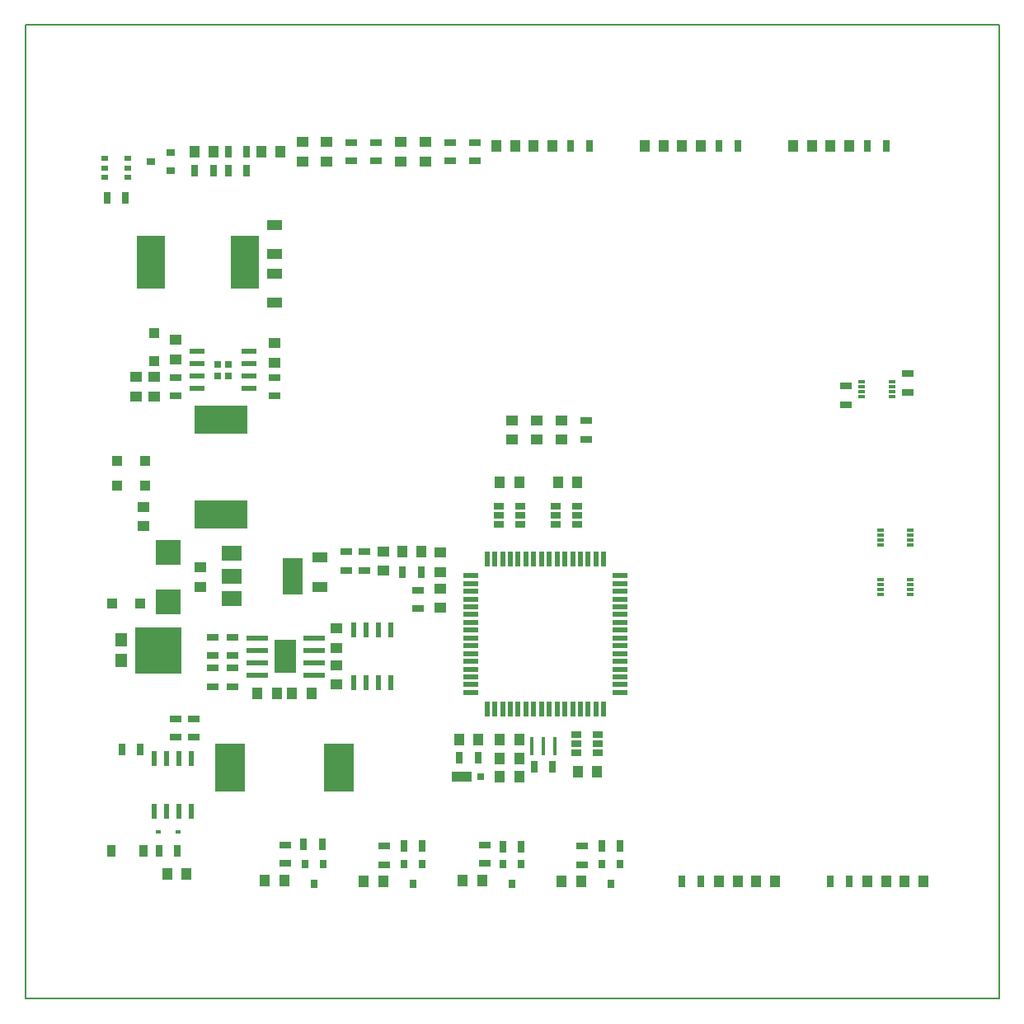
<source format=gbr>
G04 #@! TF.GenerationSoftware,KiCad,Pcbnew,(5.1.0-11-g23086decc)*
G04 #@! TF.CreationDate,2019-03-17T16:15:23-07:00*
G04 #@! TF.ProjectId,speeduino_mini,73706565-6475-4696-9e6f-5f6d696e692e,rev?*
G04 #@! TF.SameCoordinates,Original*
G04 #@! TF.FileFunction,Paste,Top*
G04 #@! TF.FilePolarity,Positive*
%FSLAX46Y46*%
G04 Gerber Fmt 4.6, Leading zero omitted, Abs format (unit mm)*
G04 Created by KiCad (PCBNEW (5.1.0-11-g23086decc)) date 2019-03-17 16:15:23*
%MOMM*%
%LPD*%
G04 APERTURE LIST*
%ADD10C,0.200000*%
%ADD11R,1.250000X1.000000*%
%ADD12R,1.000000X1.250000*%
%ADD13R,1.060000X0.650000*%
%ADD14R,3.100000X5.000000*%
%ADD15R,1.300000X0.700000*%
%ADD16R,1.600000X1.000000*%
%ADD17R,0.800000X0.900000*%
%ADD18R,0.600000X1.550000*%
%ADD19R,0.700000X1.300000*%
%ADD20R,2.200000X0.600000*%
%ADD21R,2.300000X3.500000*%
%ADD22R,0.400000X1.900000*%
%ADD23R,2.000000X1.100000*%
%ADD24R,0.800000X0.800000*%
%ADD25R,0.900000X0.800000*%
%ADD26R,0.700000X0.510000*%
%ADD27R,1.500000X0.550000*%
%ADD28R,0.550000X1.500000*%
%ADD29R,2.000000X3.800000*%
%ADD30R,2.000000X1.500000*%
%ADD31R,0.600000X0.450000*%
%ADD32R,0.900000X1.200000*%
%ADD33R,5.400000X2.900000*%
%ADD34R,2.900000X5.400000*%
%ADD35R,0.800000X0.300000*%
%ADD36R,1.550000X0.600000*%
%ADD37R,0.705000X0.705000*%
%ADD38R,1.100000X1.100000*%
%ADD39R,2.500000X2.550000*%
%ADD40R,1.270000X1.400000*%
%ADD41R,4.800000X4.720000*%
G04 APERTURE END LIST*
D10*
X72585000Y-139040000D02*
X72585000Y-39040000D01*
X172585000Y-139040000D02*
X72585000Y-139040000D01*
X172585000Y-39040000D02*
X172585000Y-139040000D01*
X72585000Y-39040000D02*
X172585000Y-39040000D01*
D11*
X84709000Y-88535000D03*
X84709000Y-90535000D03*
D12*
X121301000Y-116268500D03*
X123301000Y-116268500D03*
X121301000Y-114363500D03*
X123301000Y-114363500D03*
X121301000Y-112458500D03*
X123301000Y-112458500D03*
D13*
X129243000Y-90358000D03*
X129243000Y-89408000D03*
X129243000Y-88458000D03*
X127043000Y-88458000D03*
X127043000Y-90358000D03*
X127043000Y-89408000D03*
D12*
X123301000Y-85979000D03*
X121301000Y-85979000D03*
X119110000Y-112395000D03*
X117110000Y-112395000D03*
X127270000Y-85979000D03*
X129270000Y-85979000D03*
D11*
X115189000Y-93234000D03*
X115189000Y-95234000D03*
D12*
X131302000Y-115697000D03*
X129302000Y-115697000D03*
X91932000Y-52070000D03*
X89932000Y-52070000D03*
X96790000Y-52070000D03*
X98790000Y-52070000D03*
D11*
X125095000Y-79645000D03*
X125095000Y-81645000D03*
X122555000Y-79645000D03*
X122555000Y-81645000D03*
X127635000Y-81645000D03*
X127635000Y-79645000D03*
D12*
X126730000Y-51435000D03*
X124730000Y-51435000D03*
X120920000Y-51435000D03*
X122920000Y-51435000D03*
D11*
X103505000Y-51070000D03*
X103505000Y-53070000D03*
X101092000Y-53070000D03*
X101092000Y-51070000D03*
X113665000Y-51070000D03*
X113665000Y-53070000D03*
X111125000Y-53070000D03*
X111125000Y-51070000D03*
X109347000Y-95107000D03*
X109347000Y-93107000D03*
D12*
X113268000Y-93091000D03*
X111268000Y-93091000D03*
X159020000Y-127000000D03*
X161020000Y-127000000D03*
X96409000Y-107696000D03*
X98409000Y-107696000D03*
X101965000Y-107696000D03*
X99965000Y-107696000D03*
D11*
X104521000Y-102997000D03*
X104521000Y-100997000D03*
X104521000Y-104775000D03*
X104521000Y-106775000D03*
D12*
X127651000Y-127000000D03*
X129651000Y-127000000D03*
X117475000Y-126873000D03*
X119475000Y-126873000D03*
X97171000Y-126873000D03*
X99171000Y-126873000D03*
X107315000Y-127000000D03*
X109315000Y-127000000D03*
D14*
X104737000Y-115316000D03*
X93637000Y-115316000D03*
D15*
X112903000Y-97094000D03*
X112903000Y-98994000D03*
D16*
X102870000Y-96750000D03*
X102870000Y-93750000D03*
D17*
X103185000Y-125238000D03*
X101285000Y-125238000D03*
X102235000Y-127238000D03*
X113345000Y-125238000D03*
X111445000Y-125238000D03*
X112395000Y-127238000D03*
D18*
X110109000Y-101186000D03*
X108839000Y-101186000D03*
X107569000Y-101186000D03*
X106299000Y-101186000D03*
X106299000Y-106586000D03*
X107569000Y-106586000D03*
X108839000Y-106586000D03*
X110109000Y-106586000D03*
D19*
X126743500Y-115189000D03*
X124843500Y-115189000D03*
X95311000Y-52070000D03*
X93411000Y-52070000D03*
D15*
X130175000Y-81595000D03*
X130175000Y-79695000D03*
D19*
X130490000Y-51435000D03*
X128590000Y-51435000D03*
X145730000Y-51435000D03*
X143830000Y-51435000D03*
X160970000Y-51435000D03*
X159070000Y-51435000D03*
X93411000Y-53975000D03*
X95311000Y-53975000D03*
X89982000Y-53975000D03*
X91882000Y-53975000D03*
D15*
X105537000Y-93157000D03*
X105537000Y-95057000D03*
X107442000Y-95057000D03*
X107442000Y-93157000D03*
D19*
X113218000Y-95250000D03*
X111318000Y-95250000D03*
D15*
X88011000Y-75250000D03*
X88011000Y-77150000D03*
X99314000Y-123256000D03*
X99314000Y-125156000D03*
D19*
X103058000Y-123190000D03*
X101158000Y-123190000D03*
D15*
X109474000Y-123383000D03*
X109474000Y-125283000D03*
D19*
X113345000Y-123317000D03*
X111445000Y-123317000D03*
D15*
X156845000Y-76139000D03*
X156845000Y-78039000D03*
X163195000Y-76769000D03*
X163195000Y-74869000D03*
X93853000Y-103820000D03*
X93853000Y-101920000D03*
X93853000Y-106995000D03*
X93853000Y-105095000D03*
X91821000Y-106995000D03*
X91821000Y-105095000D03*
X91821000Y-103820000D03*
X91821000Y-101920000D03*
D19*
X117160000Y-114300000D03*
X119060000Y-114300000D03*
D20*
X96414000Y-105791000D03*
X102214000Y-105791000D03*
X96414000Y-104521000D03*
X102214000Y-104521000D03*
X96414000Y-103251000D03*
X102214000Y-103251000D03*
X96414000Y-101981000D03*
X102214000Y-101981000D03*
D21*
X99314000Y-103886000D03*
D22*
X124593500Y-113093500D03*
X125793500Y-113093500D03*
X126993500Y-113093500D03*
D12*
X141970000Y-51435000D03*
X139970000Y-51435000D03*
X136160000Y-51435000D03*
X138160000Y-51435000D03*
X157210000Y-51435000D03*
X155210000Y-51435000D03*
X151400000Y-51435000D03*
X153400000Y-51435000D03*
D11*
X90551000Y-96758000D03*
X90551000Y-94758000D03*
X115189000Y-98917000D03*
X115189000Y-96917000D03*
D23*
X117410000Y-116205000D03*
D24*
X119310000Y-116205000D03*
D25*
X87487000Y-54036000D03*
X87487000Y-52136000D03*
X85487000Y-53086000D03*
D26*
X83075000Y-54671000D03*
X83075000Y-53721000D03*
X83075000Y-52771000D03*
X80755000Y-52771000D03*
X80755000Y-53721000D03*
X80755000Y-54671000D03*
D15*
X108585000Y-53020000D03*
X108585000Y-51120000D03*
X106045000Y-53020000D03*
X106045000Y-51120000D03*
X118745000Y-53020000D03*
X118745000Y-51120000D03*
X116205000Y-53020000D03*
X116205000Y-51120000D03*
D19*
X80965000Y-56769000D03*
X82865000Y-56769000D03*
D13*
X121201000Y-88458000D03*
X121201000Y-89408000D03*
X121201000Y-90358000D03*
X123401000Y-90358000D03*
X123401000Y-88458000D03*
X123401000Y-89408000D03*
D27*
X118284000Y-95600000D03*
X118284000Y-96400000D03*
X118284000Y-97200000D03*
X118284000Y-98000000D03*
X118284000Y-98800000D03*
X118284000Y-99600000D03*
X118284000Y-100400000D03*
X118284000Y-101200000D03*
X118284000Y-102000000D03*
X118284000Y-102800000D03*
X118284000Y-103600000D03*
X118284000Y-104400000D03*
X118284000Y-105200000D03*
X118284000Y-106000000D03*
X118284000Y-106800000D03*
X118284000Y-107600000D03*
D28*
X119984000Y-109300000D03*
X120784000Y-109300000D03*
X121584000Y-109300000D03*
X122384000Y-109300000D03*
X123184000Y-109300000D03*
X123984000Y-109300000D03*
X124784000Y-109300000D03*
X125584000Y-109300000D03*
X126384000Y-109300000D03*
X127184000Y-109300000D03*
X127984000Y-109300000D03*
X128784000Y-109300000D03*
X129584000Y-109300000D03*
X130384000Y-109300000D03*
X131184000Y-109300000D03*
X131984000Y-109300000D03*
D27*
X133684000Y-107600000D03*
X133684000Y-106800000D03*
X133684000Y-106000000D03*
X133684000Y-105200000D03*
X133684000Y-104400000D03*
X133684000Y-103600000D03*
X133684000Y-102800000D03*
X133684000Y-102000000D03*
X133684000Y-101200000D03*
X133684000Y-100400000D03*
X133684000Y-99600000D03*
X133684000Y-98800000D03*
X133684000Y-98000000D03*
X133684000Y-97200000D03*
X133684000Y-96400000D03*
X133684000Y-95600000D03*
D28*
X131984000Y-93900000D03*
X131184000Y-93900000D03*
X130384000Y-93900000D03*
X129584000Y-93900000D03*
X128784000Y-93900000D03*
X127984000Y-93900000D03*
X127184000Y-93900000D03*
X126384000Y-93900000D03*
X125584000Y-93900000D03*
X124784000Y-93900000D03*
X123984000Y-93900000D03*
X123184000Y-93900000D03*
X122384000Y-93900000D03*
X121584000Y-93900000D03*
X120784000Y-93900000D03*
X119984000Y-93900000D03*
D29*
X100051000Y-95631000D03*
D30*
X93751000Y-95631000D03*
X93751000Y-97931000D03*
X93751000Y-93331000D03*
D11*
X83947000Y-77200000D03*
X83947000Y-75200000D03*
X85852000Y-77200000D03*
X85852000Y-75200000D03*
X98171000Y-71707500D03*
X98171000Y-73707500D03*
X88011000Y-71390000D03*
X88011000Y-73390000D03*
D12*
X164830000Y-127000000D03*
X162830000Y-127000000D03*
X87138000Y-126238000D03*
X89138000Y-126238000D03*
D31*
X88299000Y-121920000D03*
X86199000Y-121920000D03*
D32*
X84708000Y-123825000D03*
X81408000Y-123825000D03*
D33*
X92710000Y-79605000D03*
X92710000Y-89305000D03*
D34*
X95147000Y-63373000D03*
X85447000Y-63373000D03*
D16*
X98171000Y-64603500D03*
X98171000Y-67603500D03*
X98171000Y-62587000D03*
X98171000Y-59587000D03*
D15*
X98171000Y-75250000D03*
X98171000Y-77150000D03*
D19*
X155260000Y-127000000D03*
X157160000Y-127000000D03*
X84389000Y-113411000D03*
X82489000Y-113411000D03*
D15*
X89916000Y-110302000D03*
X89916000Y-112202000D03*
D19*
X86299000Y-123825000D03*
X88199000Y-123825000D03*
D35*
X160375000Y-96024000D03*
X160375000Y-96524000D03*
X160375000Y-97024000D03*
X160375000Y-97524000D03*
X163475000Y-97524000D03*
X163475000Y-97024000D03*
X163475000Y-96524000D03*
X163475000Y-96024000D03*
X158470000Y-75704000D03*
X158470000Y-76204000D03*
X158470000Y-76704000D03*
X158470000Y-77204000D03*
X161570000Y-77204000D03*
X161570000Y-76704000D03*
X161570000Y-76204000D03*
X161570000Y-75704000D03*
X163475000Y-92444000D03*
X163475000Y-91944000D03*
X163475000Y-91444000D03*
X163475000Y-90944000D03*
X160375000Y-90944000D03*
X160375000Y-91444000D03*
X160375000Y-91944000D03*
X160375000Y-92444000D03*
D36*
X95584500Y-76406500D03*
X95584500Y-75136500D03*
X95584500Y-73866500D03*
X95584500Y-72596500D03*
X90184500Y-72596500D03*
X90184500Y-73866500D03*
X90184500Y-75136500D03*
X90184500Y-76406500D03*
D37*
X92297000Y-73914000D03*
X92297000Y-75089000D03*
X93472000Y-73914000D03*
X93472000Y-75089000D03*
D18*
X89662000Y-114394000D03*
X88392000Y-114394000D03*
X87122000Y-114394000D03*
X85852000Y-114394000D03*
X85852000Y-119794000D03*
X87122000Y-119794000D03*
X88392000Y-119794000D03*
X89662000Y-119794000D03*
D38*
X84839000Y-86360000D03*
X82039000Y-86360000D03*
D15*
X88011000Y-112202000D03*
X88011000Y-110302000D03*
D39*
X87249000Y-98283000D03*
X87249000Y-93233000D03*
D38*
X84331000Y-98425000D03*
X81531000Y-98425000D03*
X84839000Y-83820000D03*
X82039000Y-83820000D03*
X85852000Y-70736000D03*
X85852000Y-73536000D03*
D13*
X129202000Y-111889500D03*
X129202000Y-112839500D03*
X129202000Y-113789500D03*
X131402000Y-113789500D03*
X131402000Y-111889500D03*
X131402000Y-112839500D03*
D12*
X149590000Y-127000000D03*
X147590000Y-127000000D03*
X143780000Y-127000000D03*
X145780000Y-127000000D03*
D19*
X141920000Y-127000000D03*
X140020000Y-127000000D03*
D17*
X123505000Y-125238000D03*
X121605000Y-125238000D03*
X122555000Y-127238000D03*
X133665000Y-125238000D03*
X131765000Y-125238000D03*
X132715000Y-127238000D03*
D15*
X119761000Y-123256000D03*
X119761000Y-125156000D03*
D19*
X123505000Y-123444000D03*
X121605000Y-123444000D03*
D15*
X129794000Y-123383000D03*
X129794000Y-125283000D03*
D19*
X133665000Y-123317000D03*
X131765000Y-123317000D03*
D40*
X82428000Y-104291000D03*
D41*
X86228000Y-103251000D03*
D40*
X82428000Y-102211000D03*
M02*

</source>
